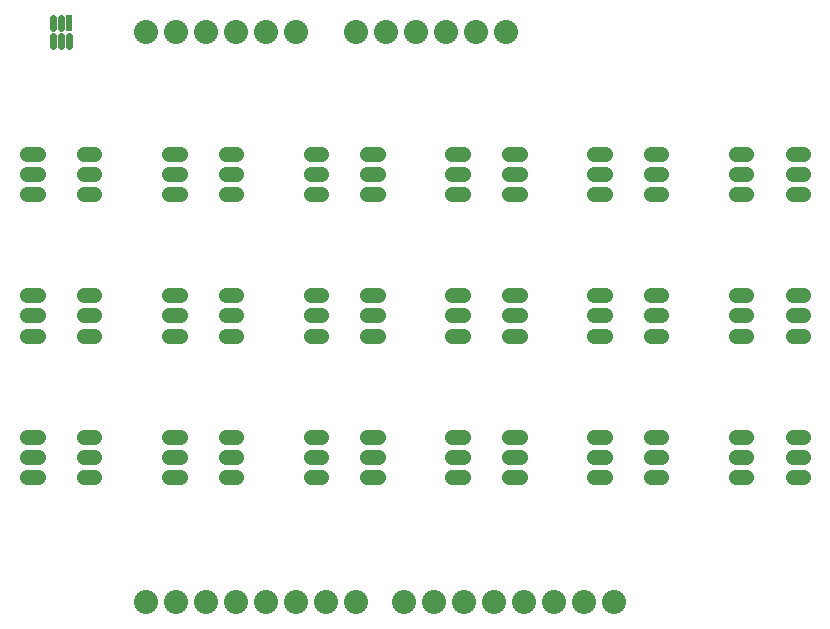
<source format=gts>
G75*
%MOIN*%
%OFA0B0*%
%FSLAX24Y24*%
%IPPOS*%
%LPD*%
%AMOC8*
5,1,8,0,0,1.08239X$1,22.5*
%
%ADD10C,0.0217*%
%ADD11R,0.0217X0.0532*%
%ADD12C,0.0800*%
%ADD13C,0.0493*%
D10*
X003559Y023440D02*
X003559Y023756D01*
X003559Y023756D01*
X003559Y023440D01*
X003559Y023440D01*
X003559Y023656D02*
X003559Y023656D01*
X003815Y023756D02*
X003815Y023440D01*
X003815Y023756D02*
X003815Y023756D01*
X003815Y023440D01*
X003815Y023440D01*
X003815Y023656D02*
X003815Y023656D01*
X004071Y023756D02*
X004071Y023440D01*
X004071Y023756D02*
X004071Y023756D01*
X004071Y023440D01*
X004071Y023440D01*
X004071Y023656D02*
X004071Y023656D01*
X003815Y024031D02*
X003815Y024347D01*
X003815Y024347D01*
X003815Y024031D01*
X003815Y024031D01*
X003815Y024247D02*
X003815Y024247D01*
X003559Y024347D02*
X003559Y024031D01*
X003559Y024347D02*
X003559Y024347D01*
X003559Y024031D01*
X003559Y024031D01*
X003559Y024247D02*
X003559Y024247D01*
D11*
X004071Y024189D03*
D12*
X006650Y004893D03*
X007650Y004893D03*
X008650Y004893D03*
X009650Y004893D03*
X010650Y004893D03*
X011650Y004893D03*
X012650Y004893D03*
X013650Y004893D03*
X015250Y004893D03*
X016250Y004893D03*
X017250Y004893D03*
X018250Y004893D03*
X019250Y004893D03*
X020250Y004893D03*
X021250Y004893D03*
X022250Y004893D03*
X018650Y023893D03*
X017650Y023893D03*
X016650Y023893D03*
X015650Y023893D03*
X014650Y023893D03*
X013650Y023893D03*
X011650Y023893D03*
X010650Y023893D03*
X009650Y023893D03*
X008650Y023893D03*
X007650Y023893D03*
X006650Y023893D03*
D13*
X007418Y019838D02*
X007772Y019838D01*
X007418Y019838D02*
X007418Y019838D01*
X007772Y019838D01*
X007772Y019838D01*
X007772Y019169D02*
X007418Y019169D01*
X007418Y019169D01*
X007772Y019169D01*
X007772Y019169D01*
X007772Y018500D02*
X007418Y018500D01*
X007418Y018500D01*
X007772Y018500D01*
X007772Y018500D01*
X009308Y018500D02*
X009662Y018500D01*
X009308Y018500D02*
X009308Y018500D01*
X009662Y018500D01*
X009662Y018500D01*
X009662Y019169D02*
X009308Y019169D01*
X009308Y019169D01*
X009662Y019169D01*
X009662Y019169D01*
X009662Y019838D02*
X009308Y019838D01*
X009308Y019838D01*
X009662Y019838D01*
X009662Y019838D01*
X012142Y019838D02*
X012496Y019838D01*
X012142Y019838D02*
X012142Y019838D01*
X012496Y019838D01*
X012496Y019838D01*
X012496Y019169D02*
X012142Y019169D01*
X012142Y019169D01*
X012496Y019169D01*
X012496Y019169D01*
X012496Y018500D02*
X012142Y018500D01*
X012142Y018500D01*
X012496Y018500D01*
X012496Y018500D01*
X014032Y018500D02*
X014386Y018500D01*
X014032Y018500D02*
X014032Y018500D01*
X014386Y018500D01*
X014386Y018500D01*
X014386Y019169D02*
X014032Y019169D01*
X014032Y019169D01*
X014386Y019169D01*
X014386Y019169D01*
X014386Y019838D02*
X014032Y019838D01*
X014032Y019838D01*
X014386Y019838D01*
X014386Y019838D01*
X016867Y019838D02*
X017221Y019838D01*
X016867Y019838D02*
X016867Y019838D01*
X017221Y019838D01*
X017221Y019838D01*
X017221Y019169D02*
X016867Y019169D01*
X016867Y019169D01*
X017221Y019169D01*
X017221Y019169D01*
X017221Y018500D02*
X016867Y018500D01*
X016867Y018500D01*
X017221Y018500D01*
X017221Y018500D01*
X018756Y018500D02*
X019110Y018500D01*
X018756Y018500D02*
X018756Y018500D01*
X019110Y018500D01*
X019110Y018500D01*
X019110Y019169D02*
X018756Y019169D01*
X018756Y019169D01*
X019110Y019169D01*
X019110Y019169D01*
X019110Y019838D02*
X018756Y019838D01*
X018756Y019838D01*
X019110Y019838D01*
X019110Y019838D01*
X021591Y019838D02*
X021945Y019838D01*
X021591Y019838D02*
X021591Y019838D01*
X021945Y019838D01*
X021945Y019838D01*
X021945Y019169D02*
X021591Y019169D01*
X021591Y019169D01*
X021945Y019169D01*
X021945Y019169D01*
X021945Y018500D02*
X021591Y018500D01*
X021591Y018500D01*
X021945Y018500D01*
X021945Y018500D01*
X023481Y018500D02*
X023835Y018500D01*
X023481Y018500D02*
X023481Y018500D01*
X023835Y018500D01*
X023835Y018500D01*
X023835Y019169D02*
X023481Y019169D01*
X023481Y019169D01*
X023835Y019169D01*
X023835Y019169D01*
X023835Y019838D02*
X023481Y019838D01*
X023481Y019838D01*
X023835Y019838D01*
X023835Y019838D01*
X026316Y019838D02*
X026670Y019838D01*
X026316Y019838D02*
X026316Y019838D01*
X026670Y019838D01*
X026670Y019838D01*
X026670Y019169D02*
X026316Y019169D01*
X026316Y019169D01*
X026670Y019169D01*
X026670Y019169D01*
X026670Y018500D02*
X026316Y018500D01*
X026316Y018500D01*
X026670Y018500D01*
X026670Y018500D01*
X028205Y018500D02*
X028559Y018500D01*
X028205Y018500D02*
X028205Y018500D01*
X028559Y018500D01*
X028559Y018500D01*
X028559Y019169D02*
X028205Y019169D01*
X028205Y019169D01*
X028559Y019169D01*
X028559Y019169D01*
X028559Y019838D02*
X028205Y019838D01*
X028205Y019838D01*
X028559Y019838D01*
X028559Y019838D01*
X028559Y015114D02*
X028205Y015114D01*
X028205Y015114D01*
X028559Y015114D01*
X028559Y015114D01*
X028559Y014444D02*
X028205Y014444D01*
X028205Y014444D01*
X028559Y014444D01*
X028559Y014444D01*
X028559Y013775D02*
X028205Y013775D01*
X028205Y013775D01*
X028559Y013775D01*
X028559Y013775D01*
X026670Y013775D02*
X026316Y013775D01*
X026316Y013775D01*
X026670Y013775D01*
X026670Y013775D01*
X026670Y014444D02*
X026316Y014444D01*
X026316Y014444D01*
X026670Y014444D01*
X026670Y014444D01*
X026670Y015114D02*
X026316Y015114D01*
X026316Y015114D01*
X026670Y015114D01*
X026670Y015114D01*
X023835Y015114D02*
X023481Y015114D01*
X023481Y015114D01*
X023835Y015114D01*
X023835Y015114D01*
X023835Y014444D02*
X023481Y014444D01*
X023481Y014444D01*
X023835Y014444D01*
X023835Y014444D01*
X023835Y013775D02*
X023481Y013775D01*
X023481Y013775D01*
X023835Y013775D01*
X023835Y013775D01*
X021945Y013775D02*
X021591Y013775D01*
X021591Y013775D01*
X021945Y013775D01*
X021945Y013775D01*
X021945Y014444D02*
X021591Y014444D01*
X021591Y014444D01*
X021945Y014444D01*
X021945Y014444D01*
X021945Y015114D02*
X021591Y015114D01*
X021591Y015114D01*
X021945Y015114D01*
X021945Y015114D01*
X019110Y015114D02*
X018756Y015114D01*
X018756Y015114D01*
X019110Y015114D01*
X019110Y015114D01*
X019110Y014444D02*
X018756Y014444D01*
X018756Y014444D01*
X019110Y014444D01*
X019110Y014444D01*
X019110Y013775D02*
X018756Y013775D01*
X018756Y013775D01*
X019110Y013775D01*
X019110Y013775D01*
X017221Y013775D02*
X016867Y013775D01*
X016867Y013775D01*
X017221Y013775D01*
X017221Y013775D01*
X017221Y014444D02*
X016867Y014444D01*
X016867Y014444D01*
X017221Y014444D01*
X017221Y014444D01*
X017221Y015114D02*
X016867Y015114D01*
X016867Y015114D01*
X017221Y015114D01*
X017221Y015114D01*
X014386Y015114D02*
X014032Y015114D01*
X014032Y015114D01*
X014386Y015114D01*
X014386Y015114D01*
X014386Y014444D02*
X014032Y014444D01*
X014032Y014444D01*
X014386Y014444D01*
X014386Y014444D01*
X014386Y013775D02*
X014032Y013775D01*
X014032Y013775D01*
X014386Y013775D01*
X014386Y013775D01*
X012496Y013775D02*
X012142Y013775D01*
X012142Y013775D01*
X012496Y013775D01*
X012496Y013775D01*
X012496Y014444D02*
X012142Y014444D01*
X012142Y014444D01*
X012496Y014444D01*
X012496Y014444D01*
X012496Y015114D02*
X012142Y015114D01*
X012142Y015114D01*
X012496Y015114D01*
X012496Y015114D01*
X009662Y015114D02*
X009308Y015114D01*
X009308Y015114D01*
X009662Y015114D01*
X009662Y015114D01*
X009662Y014444D02*
X009308Y014444D01*
X009308Y014444D01*
X009662Y014444D01*
X009662Y014444D01*
X009662Y013775D02*
X009308Y013775D01*
X009308Y013775D01*
X009662Y013775D01*
X009662Y013775D01*
X007772Y013775D02*
X007418Y013775D01*
X007418Y013775D01*
X007772Y013775D01*
X007772Y013775D01*
X007772Y014444D02*
X007418Y014444D01*
X007418Y014444D01*
X007772Y014444D01*
X007772Y014444D01*
X007772Y015114D02*
X007418Y015114D01*
X007418Y015114D01*
X007772Y015114D01*
X007772Y015114D01*
X004937Y015114D02*
X004583Y015114D01*
X004583Y015114D01*
X004937Y015114D01*
X004937Y015114D01*
X004937Y014444D02*
X004583Y014444D01*
X004583Y014444D01*
X004937Y014444D01*
X004937Y014444D01*
X004937Y013775D02*
X004583Y013775D01*
X004583Y013775D01*
X004937Y013775D01*
X004937Y013775D01*
X003047Y013775D02*
X002693Y013775D01*
X002693Y013775D01*
X003047Y013775D01*
X003047Y013775D01*
X003047Y014444D02*
X002693Y014444D01*
X002693Y014444D01*
X003047Y014444D01*
X003047Y014444D01*
X003047Y015114D02*
X002693Y015114D01*
X002693Y015114D01*
X003047Y015114D01*
X003047Y015114D01*
X003047Y018500D02*
X002693Y018500D01*
X002693Y018500D01*
X003047Y018500D01*
X003047Y018500D01*
X003047Y019169D02*
X002693Y019169D01*
X002693Y019169D01*
X003047Y019169D01*
X003047Y019169D01*
X003047Y019838D02*
X002693Y019838D01*
X002693Y019838D01*
X003047Y019838D01*
X003047Y019838D01*
X004583Y019838D02*
X004937Y019838D01*
X004583Y019838D02*
X004583Y019838D01*
X004937Y019838D01*
X004937Y019838D01*
X004937Y019169D02*
X004583Y019169D01*
X004583Y019169D01*
X004937Y019169D01*
X004937Y019169D01*
X004937Y018500D02*
X004583Y018500D01*
X004583Y018500D01*
X004937Y018500D01*
X004937Y018500D01*
X004937Y010389D02*
X004583Y010389D01*
X004583Y010389D01*
X004937Y010389D01*
X004937Y010389D01*
X004937Y009720D02*
X004583Y009720D01*
X004583Y009720D01*
X004937Y009720D01*
X004937Y009720D01*
X004937Y009051D02*
X004583Y009051D01*
X004583Y009051D01*
X004937Y009051D01*
X004937Y009051D01*
X003047Y009051D02*
X002693Y009051D01*
X002693Y009051D01*
X003047Y009051D01*
X003047Y009051D01*
X003047Y009720D02*
X002693Y009720D01*
X002693Y009720D01*
X003047Y009720D01*
X003047Y009720D01*
X003047Y010389D02*
X002693Y010389D01*
X002693Y010389D01*
X003047Y010389D01*
X003047Y010389D01*
X007418Y010389D02*
X007772Y010389D01*
X007418Y010389D02*
X007418Y010389D01*
X007772Y010389D01*
X007772Y010389D01*
X007772Y009720D02*
X007418Y009720D01*
X007418Y009720D01*
X007772Y009720D01*
X007772Y009720D01*
X007772Y009051D02*
X007418Y009051D01*
X007418Y009051D01*
X007772Y009051D01*
X007772Y009051D01*
X009308Y009051D02*
X009662Y009051D01*
X009308Y009051D02*
X009308Y009051D01*
X009662Y009051D01*
X009662Y009051D01*
X009662Y009720D02*
X009308Y009720D01*
X009308Y009720D01*
X009662Y009720D01*
X009662Y009720D01*
X009662Y010389D02*
X009308Y010389D01*
X009308Y010389D01*
X009662Y010389D01*
X009662Y010389D01*
X012142Y010389D02*
X012496Y010389D01*
X012142Y010389D02*
X012142Y010389D01*
X012496Y010389D01*
X012496Y010389D01*
X012496Y009720D02*
X012142Y009720D01*
X012142Y009720D01*
X012496Y009720D01*
X012496Y009720D01*
X012496Y009051D02*
X012142Y009051D01*
X012142Y009051D01*
X012496Y009051D01*
X012496Y009051D01*
X014032Y009051D02*
X014386Y009051D01*
X014032Y009051D02*
X014032Y009051D01*
X014386Y009051D01*
X014386Y009051D01*
X014386Y009720D02*
X014032Y009720D01*
X014032Y009720D01*
X014386Y009720D01*
X014386Y009720D01*
X014386Y010389D02*
X014032Y010389D01*
X014032Y010389D01*
X014386Y010389D01*
X014386Y010389D01*
X016867Y010389D02*
X017221Y010389D01*
X016867Y010389D02*
X016867Y010389D01*
X017221Y010389D01*
X017221Y010389D01*
X017221Y009720D02*
X016867Y009720D01*
X016867Y009720D01*
X017221Y009720D01*
X017221Y009720D01*
X017221Y009051D02*
X016867Y009051D01*
X016867Y009051D01*
X017221Y009051D01*
X017221Y009051D01*
X018756Y009051D02*
X019110Y009051D01*
X018756Y009051D02*
X018756Y009051D01*
X019110Y009051D01*
X019110Y009051D01*
X019110Y009720D02*
X018756Y009720D01*
X018756Y009720D01*
X019110Y009720D01*
X019110Y009720D01*
X019110Y010389D02*
X018756Y010389D01*
X018756Y010389D01*
X019110Y010389D01*
X019110Y010389D01*
X021591Y010389D02*
X021945Y010389D01*
X021591Y010389D02*
X021591Y010389D01*
X021945Y010389D01*
X021945Y010389D01*
X021945Y009720D02*
X021591Y009720D01*
X021591Y009720D01*
X021945Y009720D01*
X021945Y009720D01*
X021945Y009051D02*
X021591Y009051D01*
X021591Y009051D01*
X021945Y009051D01*
X021945Y009051D01*
X023481Y009051D02*
X023835Y009051D01*
X023481Y009051D02*
X023481Y009051D01*
X023835Y009051D01*
X023835Y009051D01*
X023835Y009720D02*
X023481Y009720D01*
X023481Y009720D01*
X023835Y009720D01*
X023835Y009720D01*
X023835Y010389D02*
X023481Y010389D01*
X023481Y010389D01*
X023835Y010389D01*
X023835Y010389D01*
X026316Y010389D02*
X026670Y010389D01*
X026316Y010389D02*
X026316Y010389D01*
X026670Y010389D01*
X026670Y010389D01*
X026670Y009720D02*
X026316Y009720D01*
X026316Y009720D01*
X026670Y009720D01*
X026670Y009720D01*
X026670Y009051D02*
X026316Y009051D01*
X026316Y009051D01*
X026670Y009051D01*
X026670Y009051D01*
X028205Y009051D02*
X028559Y009051D01*
X028205Y009051D02*
X028205Y009051D01*
X028559Y009051D01*
X028559Y009051D01*
X028559Y009720D02*
X028205Y009720D01*
X028205Y009720D01*
X028559Y009720D01*
X028559Y009720D01*
X028559Y010389D02*
X028205Y010389D01*
X028205Y010389D01*
X028559Y010389D01*
X028559Y010389D01*
M02*

</source>
